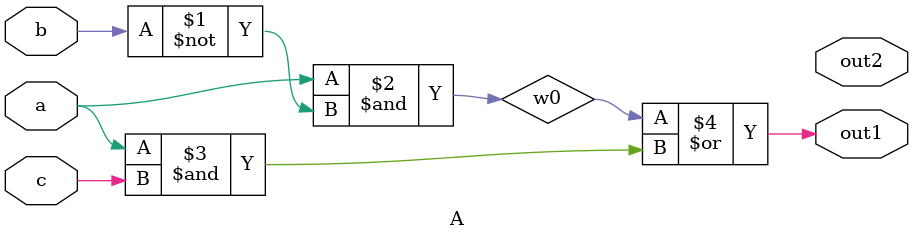
<source format=v>

module A(out1, out2, a, b, c);

output out1, out2;
input a, b, c;


  wire w0;
  assign w0 = a & ~b;
  assign out1 = w0 | (a & c);

endmodule


</source>
